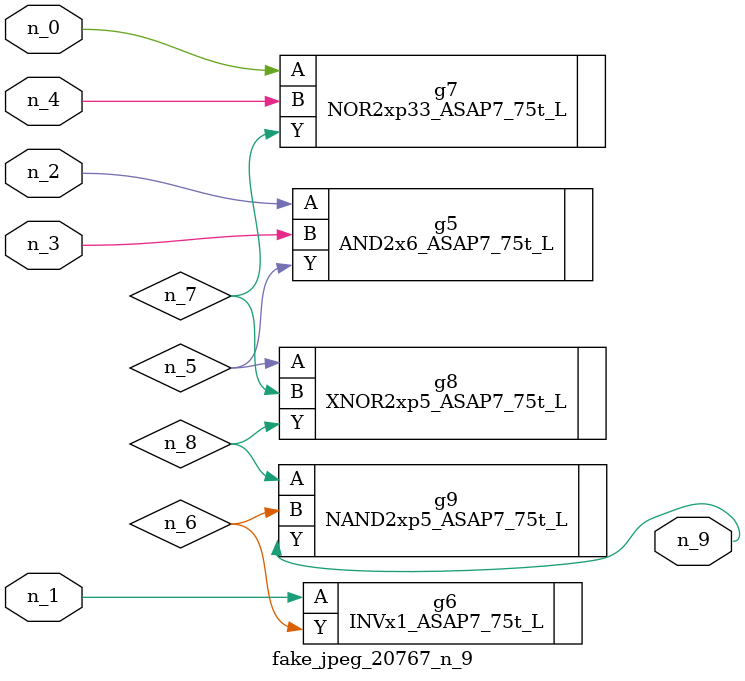
<source format=v>
module fake_jpeg_20767_n_9 (n_3, n_2, n_1, n_0, n_4, n_9);

input n_3;
input n_2;
input n_1;
input n_0;
input n_4;

output n_9;

wire n_8;
wire n_6;
wire n_5;
wire n_7;

AND2x6_ASAP7_75t_L g5 ( 
.A(n_2),
.B(n_3),
.Y(n_5)
);

INVx1_ASAP7_75t_L g6 ( 
.A(n_1),
.Y(n_6)
);

NOR2xp33_ASAP7_75t_L g7 ( 
.A(n_0),
.B(n_4),
.Y(n_7)
);

XNOR2xp5_ASAP7_75t_L g8 ( 
.A(n_5),
.B(n_7),
.Y(n_8)
);

NAND2xp5_ASAP7_75t_L g9 ( 
.A(n_8),
.B(n_6),
.Y(n_9)
);


endmodule
</source>
